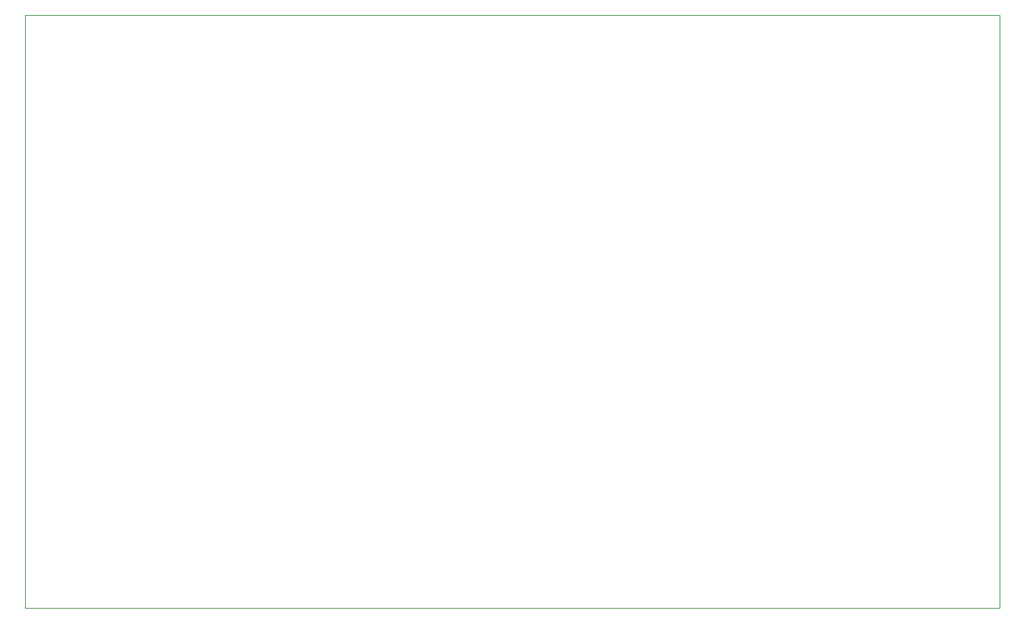
<source format=gbr>
%TF.GenerationSoftware,KiCad,Pcbnew,7.0.6*%
%TF.CreationDate,2023-07-11T08:11:05-07:00*%
%TF.ProjectId,Thermo-RTD-8-v1_5,54686572-6d6f-42d5-9254-442d382d7631,rev?*%
%TF.SameCoordinates,Original*%
%TF.FileFunction,Profile,NP*%
%FSLAX46Y46*%
G04 Gerber Fmt 4.6, Leading zero omitted, Abs format (unit mm)*
G04 Created by KiCad (PCBNEW 7.0.6) date 2023-07-11 08:11:05*
%MOMM*%
%LPD*%
G01*
G04 APERTURE LIST*
%TA.AperFunction,Profile*%
%ADD10C,0.100000*%
%TD*%
G04 APERTURE END LIST*
D10*
X0Y70000000D02*
X115000000Y70000000D01*
X115000000Y0D01*
X0Y0D01*
X0Y70000000D01*
M02*

</source>
